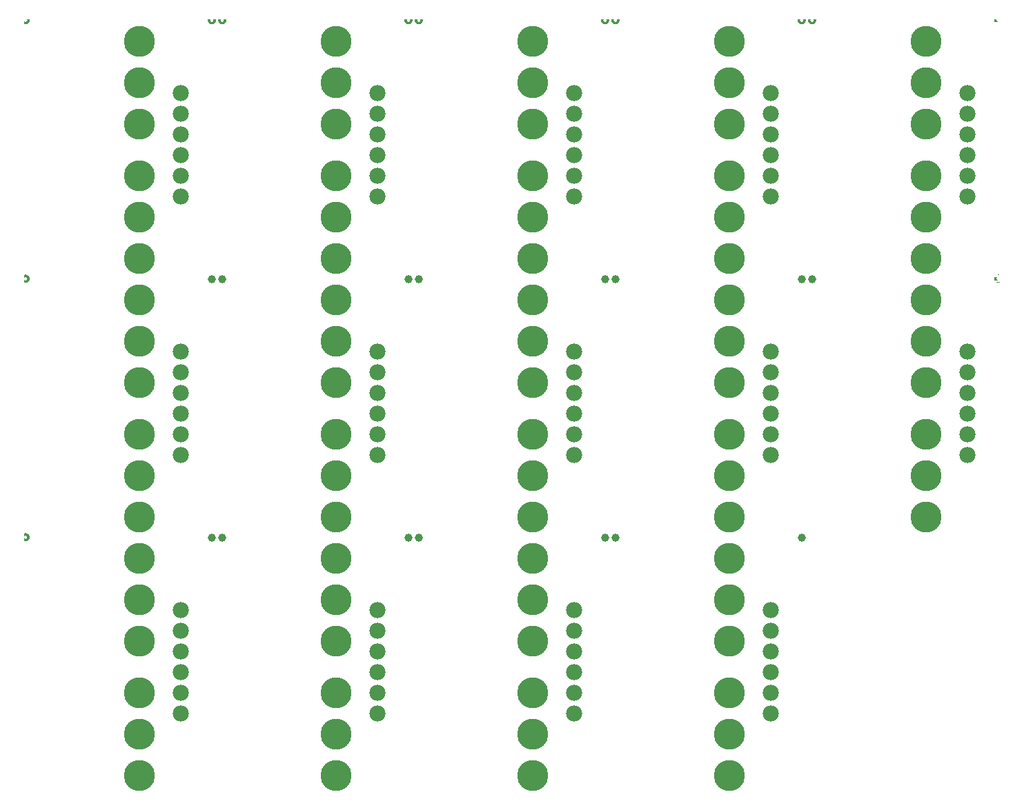
<source format=gtl>
G04 MADE WITH FRITZING*
G04 WWW.FRITZING.ORG*
G04 DOUBLE SIDED*
G04 HOLES PLATED*
G04 CONTOUR ON CENTER OF CONTOUR VECTOR*
%ASAXBY*%
%FSLAX23Y23*%
%MOIN*%
%OFA0B0*%
%SFA1.0B1.0*%
%ADD10C,0.150000*%
%ADD11C,0.078000*%
%ADD12C,0.039370*%
%ADD13R,0.001000X0.001000*%
%LNCOPPER1*%
G90*
G70*
G54D10*
X4356Y3232D03*
X4356Y3432D03*
X4356Y3632D03*
G54D11*
X3606Y3382D03*
X3606Y3282D03*
X3606Y3182D03*
X3606Y3082D03*
X3606Y2982D03*
X3606Y2882D03*
X2656Y3382D03*
X2656Y3282D03*
X2656Y3182D03*
X2656Y3082D03*
X2656Y2982D03*
X2656Y2882D03*
X1706Y3382D03*
X1706Y3282D03*
X1706Y3182D03*
X1706Y3082D03*
X1706Y2982D03*
X1706Y2882D03*
X4556Y3382D03*
X4556Y3282D03*
X4556Y3182D03*
X4556Y3082D03*
X4556Y2982D03*
X4556Y2882D03*
G54D10*
X3406Y2582D03*
X3406Y2782D03*
X3406Y2982D03*
X556Y3232D03*
X556Y3432D03*
X556Y3632D03*
X4356Y2582D03*
X4356Y2782D03*
X4356Y2982D03*
X1506Y3232D03*
X1506Y3432D03*
X1506Y3632D03*
X3406Y3232D03*
X3406Y3432D03*
X3406Y3632D03*
X556Y2582D03*
X556Y2782D03*
X556Y2982D03*
X2456Y3232D03*
X2456Y3432D03*
X2456Y3632D03*
X1506Y2582D03*
X1506Y2782D03*
X1506Y2982D03*
G54D11*
X756Y3382D03*
X756Y3282D03*
X756Y3182D03*
X756Y3082D03*
X756Y2982D03*
X756Y2882D03*
G54D10*
X2456Y2582D03*
X2456Y2782D03*
X2456Y2982D03*
X1506Y1982D03*
X1506Y2182D03*
X1506Y2382D03*
X4356Y1982D03*
X4356Y2182D03*
X4356Y2382D03*
G54D11*
X2656Y2132D03*
X2656Y2032D03*
X2656Y1932D03*
X2656Y1832D03*
X2656Y1732D03*
X2656Y1632D03*
G54D10*
X2456Y1982D03*
X2456Y2182D03*
X2456Y2382D03*
G54D11*
X3606Y2132D03*
X3606Y2032D03*
X3606Y1932D03*
X3606Y1832D03*
X3606Y1732D03*
X3606Y1632D03*
X4556Y2132D03*
X4556Y2032D03*
X4556Y1932D03*
X4556Y1832D03*
X4556Y1732D03*
X4556Y1632D03*
G54D10*
X556Y1982D03*
X556Y2182D03*
X556Y2382D03*
X4356Y1332D03*
X4356Y1532D03*
X4356Y1732D03*
X3406Y1982D03*
X3406Y2182D03*
X3406Y2382D03*
X556Y1332D03*
X556Y1532D03*
X556Y1732D03*
G54D11*
X756Y2132D03*
X756Y2032D03*
X756Y1932D03*
X756Y1832D03*
X756Y1732D03*
X756Y1632D03*
G54D10*
X3406Y1332D03*
X3406Y1532D03*
X3406Y1732D03*
G54D11*
X1706Y2132D03*
X1706Y2032D03*
X1706Y1932D03*
X1706Y1832D03*
X1706Y1732D03*
X1706Y1632D03*
G54D10*
X1506Y1332D03*
X1506Y1532D03*
X1506Y1732D03*
X2456Y1332D03*
X2456Y1532D03*
X2456Y1732D03*
X556Y82D03*
X556Y282D03*
X556Y482D03*
X556Y732D03*
X556Y932D03*
X556Y1132D03*
X1506Y82D03*
X1506Y282D03*
X1506Y482D03*
X1506Y732D03*
X1506Y932D03*
X1506Y1132D03*
G54D11*
X756Y882D03*
X756Y782D03*
X756Y682D03*
X756Y582D03*
X756Y482D03*
X756Y382D03*
X1706Y882D03*
X1706Y782D03*
X1706Y682D03*
X1706Y582D03*
X1706Y482D03*
X1706Y382D03*
G54D10*
X2456Y732D03*
X2456Y932D03*
X2456Y1132D03*
G54D11*
X2656Y882D03*
X2656Y782D03*
X2656Y682D03*
X2656Y582D03*
X2656Y482D03*
X2656Y382D03*
G54D10*
X2456Y82D03*
X2456Y282D03*
X2456Y482D03*
X3406Y732D03*
X3406Y932D03*
X3406Y1132D03*
X3406Y82D03*
X3406Y282D03*
X3406Y482D03*
G54D11*
X3606Y882D03*
X3606Y782D03*
X3606Y682D03*
X3606Y582D03*
X3606Y482D03*
X3606Y382D03*
G54D12*
X3806Y2482D03*
X906Y2482D03*
X2856Y2482D03*
X3756Y2482D03*
X2806Y2482D03*
X1906Y2482D03*
X1856Y2482D03*
X956Y2482D03*
X3756Y1232D03*
X2856Y1232D03*
X2806Y1232D03*
X1906Y1232D03*
X1856Y1232D03*
X956Y1232D03*
X906Y1232D03*
G54D13*
X11Y3738D02*
X23Y3738D01*
X887Y3738D02*
X899Y3738D01*
X911Y3738D02*
X923Y3738D01*
X937Y3738D02*
X949Y3738D01*
X961Y3738D02*
X973Y3738D01*
X1837Y3738D02*
X1849Y3738D01*
X1861Y3738D02*
X1873Y3738D01*
X1887Y3738D02*
X1899Y3738D01*
X1911Y3738D02*
X1923Y3738D01*
X2787Y3738D02*
X2799Y3738D01*
X2811Y3738D02*
X2823Y3738D01*
X2837Y3738D02*
X2849Y3738D01*
X2861Y3738D02*
X2873Y3738D01*
X3736Y3738D02*
X3749Y3738D01*
X3761Y3738D02*
X3773Y3738D01*
X3786Y3738D02*
X3798Y3738D01*
X3811Y3738D02*
X3823Y3738D01*
X4686Y3738D02*
X4698Y3738D01*
X12Y3737D02*
X24Y3737D01*
X886Y3737D02*
X898Y3737D01*
X912Y3737D02*
X924Y3737D01*
X936Y3737D02*
X948Y3737D01*
X962Y3737D02*
X974Y3737D01*
X1836Y3737D02*
X1848Y3737D01*
X1862Y3737D02*
X1873Y3737D01*
X1886Y3737D02*
X1898Y3737D01*
X1912Y3737D02*
X1923Y3737D01*
X2786Y3737D02*
X2798Y3737D01*
X2812Y3737D02*
X2823Y3737D01*
X2836Y3737D02*
X2848Y3737D01*
X2862Y3737D02*
X2873Y3737D01*
X3736Y3737D02*
X3748Y3737D01*
X3762Y3737D02*
X3773Y3737D01*
X3786Y3737D02*
X3798Y3737D01*
X3812Y3737D02*
X3823Y3737D01*
X4686Y3737D02*
X4697Y3737D01*
X13Y3736D02*
X24Y3736D01*
X886Y3736D02*
X897Y3736D01*
X913Y3736D02*
X924Y3736D01*
X936Y3736D02*
X947Y3736D01*
X963Y3736D02*
X974Y3736D01*
X1836Y3736D02*
X1847Y3736D01*
X1863Y3736D02*
X1874Y3736D01*
X1886Y3736D02*
X1897Y3736D01*
X1913Y3736D02*
X1924Y3736D01*
X2786Y3736D02*
X2797Y3736D01*
X2812Y3736D02*
X2824Y3736D01*
X2836Y3736D02*
X2847Y3736D01*
X2862Y3736D02*
X2874Y3736D01*
X3736Y3736D02*
X3747Y3736D01*
X3762Y3736D02*
X3773Y3736D01*
X3786Y3736D02*
X3797Y3736D01*
X3812Y3736D02*
X3823Y3736D01*
X4686Y3736D02*
X4697Y3736D01*
X13Y3735D02*
X24Y3735D01*
X886Y3735D02*
X897Y3735D01*
X913Y3735D02*
X924Y3735D01*
X936Y3735D02*
X947Y3735D01*
X963Y3735D02*
X974Y3735D01*
X1836Y3735D02*
X1847Y3735D01*
X1863Y3735D02*
X1874Y3735D01*
X1886Y3735D02*
X1897Y3735D01*
X1913Y3735D02*
X1924Y3735D01*
X2786Y3735D02*
X2797Y3735D01*
X2813Y3735D02*
X2824Y3735D01*
X2836Y3735D02*
X2847Y3735D01*
X2863Y3735D02*
X2874Y3735D01*
X3736Y3735D02*
X3747Y3735D01*
X3763Y3735D02*
X3774Y3735D01*
X3786Y3735D02*
X3797Y3735D01*
X3813Y3735D02*
X3824Y3735D01*
X4686Y3735D02*
X4696Y3735D01*
X13Y3734D02*
X24Y3734D01*
X886Y3734D02*
X897Y3734D01*
X913Y3734D02*
X924Y3734D01*
X936Y3734D02*
X947Y3734D01*
X963Y3734D02*
X974Y3734D01*
X1836Y3734D02*
X1847Y3734D01*
X1863Y3734D02*
X1874Y3734D01*
X1886Y3734D02*
X1897Y3734D01*
X1913Y3734D02*
X1924Y3734D01*
X2786Y3734D02*
X2797Y3734D01*
X2813Y3734D02*
X2824Y3734D01*
X2836Y3734D02*
X2847Y3734D01*
X2863Y3734D02*
X2874Y3734D01*
X3736Y3734D02*
X3746Y3734D01*
X3763Y3734D02*
X3774Y3734D01*
X3786Y3734D02*
X3796Y3734D01*
X3813Y3734D02*
X3824Y3734D01*
X4685Y3734D02*
X4696Y3734D01*
X14Y3733D02*
X24Y3733D01*
X886Y3733D02*
X897Y3733D01*
X913Y3733D02*
X924Y3733D01*
X936Y3733D02*
X947Y3733D01*
X963Y3733D02*
X974Y3733D01*
X1836Y3733D02*
X1847Y3733D01*
X1863Y3733D02*
X1874Y3733D01*
X1886Y3733D02*
X1897Y3733D01*
X1913Y3733D02*
X1924Y3733D01*
X2786Y3733D02*
X2796Y3733D01*
X2813Y3733D02*
X2824Y3733D01*
X2836Y3733D02*
X2846Y3733D01*
X2863Y3733D02*
X2874Y3733D01*
X3735Y3733D02*
X3746Y3733D01*
X3763Y3733D02*
X3774Y3733D01*
X3785Y3733D02*
X3796Y3733D01*
X3813Y3733D02*
X3824Y3733D01*
X4685Y3733D02*
X4696Y3733D01*
X14Y3732D02*
X24Y3732D01*
X886Y3732D02*
X897Y3732D01*
X913Y3732D02*
X924Y3732D01*
X936Y3732D02*
X947Y3732D01*
X963Y3732D02*
X974Y3732D01*
X1836Y3732D02*
X1847Y3732D01*
X1863Y3732D02*
X1874Y3732D01*
X1886Y3732D02*
X1897Y3732D01*
X1913Y3732D02*
X1924Y3732D01*
X2786Y3732D02*
X2796Y3732D01*
X2813Y3732D02*
X2824Y3732D01*
X2836Y3732D02*
X2846Y3732D01*
X2863Y3732D02*
X2874Y3732D01*
X3736Y3732D02*
X3746Y3732D01*
X3763Y3732D02*
X3774Y3732D01*
X3785Y3732D02*
X3796Y3732D01*
X3813Y3732D02*
X3824Y3732D01*
X4685Y3732D02*
X4696Y3732D01*
X13Y3731D02*
X24Y3731D01*
X886Y3731D02*
X897Y3731D01*
X913Y3731D02*
X924Y3731D01*
X936Y3731D02*
X947Y3731D01*
X963Y3731D02*
X974Y3731D01*
X1836Y3731D02*
X1847Y3731D01*
X1863Y3731D02*
X1874Y3731D01*
X1886Y3731D02*
X1897Y3731D01*
X1913Y3731D02*
X1924Y3731D01*
X2786Y3731D02*
X2797Y3731D01*
X2813Y3731D02*
X2824Y3731D01*
X2836Y3731D02*
X2847Y3731D01*
X2863Y3731D02*
X2874Y3731D01*
X3736Y3731D02*
X3746Y3731D01*
X3763Y3731D02*
X3774Y3731D01*
X3786Y3731D02*
X3796Y3731D01*
X3813Y3731D02*
X3824Y3731D01*
X4685Y3731D02*
X4696Y3731D01*
X13Y3730D02*
X24Y3730D01*
X886Y3730D02*
X897Y3730D01*
X913Y3730D02*
X924Y3730D01*
X936Y3730D02*
X947Y3730D01*
X963Y3730D02*
X974Y3730D01*
X1836Y3730D02*
X1847Y3730D01*
X1863Y3730D02*
X1874Y3730D01*
X1886Y3730D02*
X1897Y3730D01*
X1913Y3730D02*
X1924Y3730D01*
X2786Y3730D02*
X2797Y3730D01*
X2813Y3730D02*
X2824Y3730D01*
X2836Y3730D02*
X2847Y3730D01*
X2863Y3730D02*
X2874Y3730D01*
X3736Y3730D02*
X3747Y3730D01*
X3763Y3730D02*
X3774Y3730D01*
X3786Y3730D02*
X3797Y3730D01*
X3813Y3730D02*
X3824Y3730D01*
X4686Y3730D02*
X4697Y3730D01*
X13Y3729D02*
X24Y3729D01*
X886Y3729D02*
X897Y3729D01*
X913Y3729D02*
X924Y3729D01*
X936Y3729D02*
X947Y3729D01*
X963Y3729D02*
X974Y3729D01*
X1836Y3729D02*
X1847Y3729D01*
X1863Y3729D02*
X1874Y3729D01*
X1886Y3729D02*
X1897Y3729D01*
X1913Y3729D02*
X1924Y3729D01*
X2786Y3729D02*
X2797Y3729D01*
X2812Y3729D02*
X2824Y3729D01*
X2836Y3729D02*
X2847Y3729D01*
X2862Y3729D02*
X2874Y3729D01*
X3736Y3729D02*
X3747Y3729D01*
X3762Y3729D02*
X3773Y3729D01*
X3786Y3729D02*
X3797Y3729D01*
X3812Y3729D02*
X3823Y3729D01*
X4686Y3729D02*
X4697Y3729D01*
X12Y3728D02*
X24Y3728D01*
X887Y3728D02*
X898Y3728D01*
X912Y3728D02*
X924Y3728D01*
X937Y3728D02*
X948Y3728D01*
X962Y3728D02*
X974Y3728D01*
X1836Y3728D02*
X1848Y3728D01*
X1862Y3728D02*
X1873Y3728D01*
X1886Y3728D02*
X1898Y3728D01*
X1912Y3728D02*
X1923Y3728D01*
X2786Y3728D02*
X2798Y3728D01*
X2812Y3728D02*
X2823Y3728D01*
X2836Y3728D02*
X2848Y3728D01*
X2862Y3728D02*
X2873Y3728D01*
X3736Y3728D02*
X3748Y3728D01*
X3762Y3728D02*
X3773Y3728D01*
X3786Y3728D02*
X3798Y3728D01*
X3812Y3728D02*
X3823Y3728D01*
X4686Y3728D02*
X4698Y3728D01*
X11Y3727D02*
X23Y3727D01*
X887Y3727D02*
X899Y3727D01*
X911Y3727D02*
X923Y3727D01*
X937Y3727D02*
X949Y3727D01*
X961Y3727D02*
X973Y3727D01*
X1837Y3727D02*
X1849Y3727D01*
X1861Y3727D02*
X1873Y3727D01*
X1887Y3727D02*
X1899Y3727D01*
X1911Y3727D02*
X1923Y3727D01*
X2787Y3727D02*
X2799Y3727D01*
X2811Y3727D02*
X2823Y3727D01*
X2837Y3727D02*
X2849Y3727D01*
X2861Y3727D02*
X2873Y3727D01*
X3736Y3727D02*
X3749Y3727D01*
X3761Y3727D02*
X3773Y3727D01*
X3786Y3727D02*
X3799Y3727D01*
X3811Y3727D02*
X3823Y3727D01*
X4686Y3727D02*
X4698Y3727D01*
X0Y3726D02*
X0Y3726D01*
X10Y3726D02*
X23Y3726D01*
X887Y3726D02*
X900Y3726D01*
X910Y3726D02*
X923Y3726D01*
X937Y3726D02*
X950Y3726D01*
X960Y3726D02*
X973Y3726D01*
X1837Y3726D02*
X1850Y3726D01*
X1860Y3726D02*
X1873Y3726D01*
X1887Y3726D02*
X1900Y3726D01*
X1910Y3726D02*
X1923Y3726D01*
X2787Y3726D02*
X2800Y3726D01*
X2810Y3726D02*
X2823Y3726D01*
X2837Y3726D02*
X2850Y3726D01*
X2860Y3726D02*
X2873Y3726D01*
X3737Y3726D02*
X3750Y3726D01*
X3760Y3726D02*
X3773Y3726D01*
X3787Y3726D02*
X3800Y3726D01*
X3810Y3726D02*
X3823Y3726D01*
X4687Y3726D02*
X4700Y3726D01*
X0Y3725D02*
X2Y3725D01*
X8Y3725D02*
X23Y3725D01*
X888Y3725D02*
X902Y3725D01*
X908Y3725D02*
X923Y3725D01*
X938Y3725D02*
X952Y3725D01*
X958Y3725D02*
X973Y3725D01*
X1837Y3725D02*
X1852Y3725D01*
X1858Y3725D02*
X1872Y3725D01*
X1887Y3725D02*
X1902Y3725D01*
X1908Y3725D02*
X1922Y3725D01*
X2787Y3725D02*
X2802Y3725D01*
X2808Y3725D02*
X2822Y3725D01*
X2837Y3725D02*
X2852Y3725D01*
X2858Y3725D02*
X2872Y3725D01*
X3737Y3725D02*
X3752Y3725D01*
X3758Y3725D02*
X3772Y3725D01*
X3787Y3725D02*
X3802Y3725D01*
X3808Y3725D02*
X3822Y3725D01*
X4687Y3725D02*
X4702Y3725D01*
X0Y3724D02*
X22Y3724D01*
X888Y3724D02*
X922Y3724D01*
X938Y3724D02*
X972Y3724D01*
X1838Y3724D02*
X1872Y3724D01*
X1888Y3724D02*
X1922Y3724D01*
X2788Y3724D02*
X2822Y3724D01*
X2838Y3724D02*
X2872Y3724D01*
X3738Y3724D02*
X3772Y3724D01*
X3788Y3724D02*
X3822Y3724D01*
X0Y3723D02*
X22Y3723D01*
X889Y3723D02*
X922Y3723D01*
X939Y3723D02*
X972Y3723D01*
X1838Y3723D02*
X1871Y3723D01*
X1888Y3723D02*
X1921Y3723D01*
X2788Y3723D02*
X2821Y3723D01*
X2838Y3723D02*
X2871Y3723D01*
X3738Y3723D02*
X3771Y3723D01*
X3788Y3723D02*
X3821Y3723D01*
X0Y3722D02*
X21Y3722D01*
X889Y3722D02*
X921Y3722D01*
X939Y3722D02*
X971Y3722D01*
X1839Y3722D02*
X1871Y3722D01*
X1889Y3722D02*
X1921Y3722D01*
X2789Y3722D02*
X2821Y3722D01*
X2839Y3722D02*
X2871Y3722D01*
X3739Y3722D02*
X3771Y3722D01*
X3789Y3722D02*
X3821Y3722D01*
X0Y3721D02*
X20Y3721D01*
X890Y3721D02*
X920Y3721D01*
X940Y3721D02*
X970Y3721D01*
X1840Y3721D02*
X1870Y3721D01*
X1890Y3721D02*
X1920Y3721D01*
X2789Y3721D02*
X2820Y3721D01*
X2839Y3721D02*
X2870Y3721D01*
X3739Y3721D02*
X3770Y3721D01*
X3789Y3721D02*
X3820Y3721D01*
X0Y3720D02*
X20Y3720D01*
X891Y3720D02*
X920Y3720D01*
X941Y3720D02*
X970Y3720D01*
X1840Y3720D02*
X1869Y3720D01*
X1890Y3720D02*
X1919Y3720D01*
X2790Y3720D02*
X2819Y3720D01*
X2840Y3720D02*
X2869Y3720D01*
X3740Y3720D02*
X3769Y3720D01*
X3790Y3720D02*
X3819Y3720D01*
X0Y3719D02*
X19Y3719D01*
X891Y3719D02*
X919Y3719D01*
X941Y3719D02*
X969Y3719D01*
X1841Y3719D02*
X1869Y3719D01*
X1891Y3719D02*
X1919Y3719D01*
X2791Y3719D02*
X2818Y3719D01*
X2841Y3719D02*
X2868Y3719D01*
X3741Y3719D02*
X3768Y3719D01*
X3791Y3719D02*
X3818Y3719D01*
X0Y3718D02*
X18Y3718D01*
X892Y3718D02*
X918Y3718D01*
X942Y3718D02*
X968Y3718D01*
X1842Y3718D02*
X1868Y3718D01*
X1892Y3718D02*
X1918Y3718D01*
X2792Y3718D02*
X2817Y3718D01*
X2842Y3718D02*
X2867Y3718D01*
X3742Y3718D02*
X3767Y3718D01*
X3792Y3718D02*
X3817Y3718D01*
X0Y3717D02*
X17Y3717D01*
X894Y3717D02*
X916Y3717D01*
X944Y3717D02*
X966Y3717D01*
X1844Y3717D02*
X1866Y3717D01*
X1894Y3717D02*
X1916Y3717D01*
X2793Y3717D02*
X2816Y3717D01*
X2843Y3717D02*
X2866Y3717D01*
X3743Y3717D02*
X3766Y3717D01*
X3793Y3717D02*
X3816Y3717D01*
X0Y3716D02*
X15Y3716D01*
X895Y3716D02*
X915Y3716D01*
X945Y3716D02*
X965Y3716D01*
X1845Y3716D02*
X1865Y3716D01*
X1895Y3716D02*
X1915Y3716D01*
X2795Y3716D02*
X2815Y3716D01*
X2845Y3716D02*
X2865Y3716D01*
X3745Y3716D02*
X3765Y3716D01*
X3795Y3716D02*
X3815Y3716D01*
X0Y3715D02*
X13Y3715D01*
X897Y3715D02*
X913Y3715D01*
X947Y3715D02*
X963Y3715D01*
X1847Y3715D02*
X1863Y3715D01*
X1897Y3715D02*
X1913Y3715D01*
X2797Y3715D02*
X2813Y3715D01*
X2847Y3715D02*
X2863Y3715D01*
X3747Y3715D02*
X3763Y3715D01*
X3797Y3715D02*
X3813Y3715D01*
X0Y3714D02*
X11Y3714D01*
X900Y3714D02*
X911Y3714D01*
X950Y3714D02*
X961Y3714D01*
X1849Y3714D02*
X1860Y3714D01*
X1899Y3714D02*
X1910Y3714D01*
X2799Y3714D02*
X2810Y3714D01*
X2849Y3714D02*
X2860Y3714D01*
X3749Y3714D02*
X3760Y3714D01*
X3799Y3714D02*
X3810Y3714D01*
X4699Y3714D02*
X4710Y3714D01*
X4Y3713D02*
X7Y3713D01*
X904Y3713D02*
X907Y3713D01*
X954Y3713D02*
X957Y3713D01*
X1853Y3713D02*
X1856Y3713D01*
X1903Y3713D02*
X1906Y3713D01*
X2803Y3713D02*
X2806Y3713D01*
X2853Y3713D02*
X2856Y3713D01*
X3753Y3713D02*
X3756Y3713D01*
X3803Y3713D02*
X3806Y3713D01*
X4703Y3713D02*
X4706Y3713D01*
X3Y2502D02*
X8Y2502D01*
X4702Y2502D02*
X4707Y2502D01*
X0Y2501D02*
X11Y2501D01*
X4699Y2501D02*
X4710Y2501D01*
X0Y2500D02*
X13Y2500D01*
X0Y2499D02*
X15Y2499D01*
X0Y2498D02*
X17Y2498D01*
X0Y2497D02*
X18Y2497D01*
X0Y2496D02*
X19Y2496D01*
X0Y2495D02*
X20Y2495D01*
X0Y2494D02*
X21Y2494D01*
X0Y2493D02*
X21Y2493D01*
X0Y2492D02*
X22Y2492D01*
X0Y2491D02*
X22Y2491D01*
X0Y2490D02*
X2Y2490D01*
X9Y2490D02*
X23Y2490D01*
X4687Y2490D02*
X4701Y2490D01*
X0Y2489D02*
X0Y2489D01*
X10Y2489D02*
X23Y2489D01*
X4687Y2489D02*
X4699Y2489D01*
X11Y2488D02*
X23Y2488D01*
X4686Y2488D02*
X4698Y2488D01*
X12Y2487D02*
X24Y2487D01*
X4686Y2487D02*
X4697Y2487D01*
X13Y2486D02*
X24Y2486D01*
X4686Y2486D02*
X4697Y2486D01*
X13Y2485D02*
X24Y2485D01*
X4686Y2485D02*
X4696Y2485D01*
X13Y2484D02*
X24Y2484D01*
X4685Y2484D02*
X4696Y2484D01*
X14Y2483D02*
X24Y2483D01*
X4685Y2483D02*
X4696Y2483D01*
X13Y2482D02*
X24Y2482D01*
X4685Y2482D02*
X4696Y2482D01*
X13Y2481D02*
X24Y2481D01*
X4685Y2481D02*
X4696Y2481D01*
X13Y2480D02*
X24Y2480D01*
X4686Y2480D02*
X4697Y2480D01*
X13Y2479D02*
X24Y2479D01*
X4686Y2479D02*
X4697Y2479D01*
X12Y2478D02*
X24Y2478D01*
X4686Y2478D02*
X4698Y2478D01*
X11Y2477D02*
X23Y2477D01*
X4686Y2477D02*
X4699Y2477D01*
X0Y2476D02*
X0Y2476D01*
X10Y2476D02*
X23Y2476D01*
X4687Y2476D02*
X4700Y2476D01*
X0Y2475D02*
X2Y2475D01*
X8Y2475D02*
X23Y2475D01*
X4687Y2475D02*
X4702Y2475D01*
X0Y2474D02*
X22Y2474D01*
X0Y2473D02*
X22Y2473D01*
X0Y2472D02*
X21Y2472D01*
X0Y2471D02*
X20Y2471D01*
X0Y2470D02*
X20Y2470D01*
X0Y2469D02*
X19Y2469D01*
X0Y2468D02*
X18Y2468D01*
X0Y2467D02*
X17Y2467D01*
X0Y2466D02*
X15Y2466D01*
X0Y2465D02*
X13Y2465D01*
X4697Y2465D02*
X4712Y2465D01*
X0Y2464D02*
X11Y2464D01*
X4699Y2464D02*
X4710Y2464D01*
X4Y2463D02*
X6Y2463D01*
X4703Y2463D02*
X4706Y2463D01*
X3Y1252D02*
X8Y1252D01*
X0Y1251D02*
X11Y1251D01*
X0Y1250D02*
X14Y1250D01*
X0Y1249D02*
X15Y1249D01*
X0Y1248D02*
X17Y1248D01*
X0Y1247D02*
X18Y1247D01*
X0Y1246D02*
X19Y1246D01*
X0Y1245D02*
X20Y1245D01*
X0Y1244D02*
X21Y1244D01*
X0Y1243D02*
X21Y1243D01*
X0Y1242D02*
X22Y1242D01*
X0Y1241D02*
X22Y1241D01*
X0Y1240D02*
X2Y1240D01*
X9Y1240D02*
X23Y1240D01*
X0Y1239D02*
X0Y1239D01*
X10Y1239D02*
X23Y1239D01*
X11Y1238D02*
X23Y1238D01*
X12Y1237D02*
X24Y1237D01*
X13Y1236D02*
X24Y1236D01*
X13Y1235D02*
X24Y1235D01*
X13Y1234D02*
X24Y1234D01*
X14Y1233D02*
X24Y1233D01*
X13Y1232D02*
X24Y1232D01*
X13Y1231D02*
X24Y1231D01*
X13Y1230D02*
X24Y1230D01*
X13Y1229D02*
X24Y1229D01*
X12Y1228D02*
X24Y1228D01*
X11Y1227D02*
X23Y1227D01*
X0Y1226D02*
X0Y1226D01*
X10Y1226D02*
X23Y1226D01*
X0Y1225D02*
X3Y1225D01*
X8Y1225D02*
X23Y1225D01*
X0Y1224D02*
X22Y1224D01*
X0Y1223D02*
X22Y1223D01*
X0Y1222D02*
X21Y1222D01*
X0Y1221D02*
X20Y1221D01*
X0Y1220D02*
X20Y1220D01*
X0Y1219D02*
X19Y1219D01*
X0Y1218D02*
X18Y1218D01*
X0Y1217D02*
X16Y1217D01*
X0Y1216D02*
X15Y1216D01*
X0Y1215D02*
X13Y1215D01*
X0Y1214D02*
X10Y1214D01*
X5Y1213D02*
X6Y1213D01*
D02*
G04 End of Copper1*
M02*
</source>
